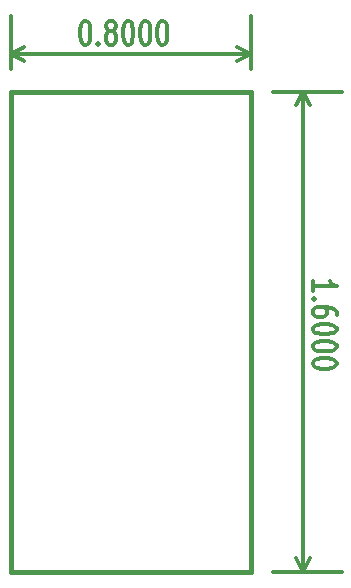
<source format=gbr>
G04 (created by PCBNEW-RS274X (2010-05-05 BZR 2356)-stable) date 12/18/10 18:55:01*
G01*
G70*
G90*
%MOIN*%
G04 Gerber Fmt 3.4, Leading zero omitted, Abs format*
%FSLAX34Y34*%
G04 APERTURE LIST*
%ADD10C,0.005000*%
%ADD11C,0.012000*%
%ADD12C,0.015000*%
G04 APERTURE END LIST*
G54D10*
G54D11*
X20065Y-16658D02*
X20065Y-16315D01*
X20065Y-16487D02*
X20865Y-16487D01*
X20751Y-16430D01*
X20675Y-16372D01*
X20637Y-16315D01*
X20141Y-16915D02*
X20103Y-16943D01*
X20065Y-16915D01*
X20103Y-16886D01*
X20141Y-16915D01*
X20065Y-16915D01*
X20865Y-17458D02*
X20865Y-17344D01*
X20827Y-17287D01*
X20789Y-17258D01*
X20675Y-17201D01*
X20522Y-17172D01*
X20218Y-17172D01*
X20141Y-17201D01*
X20103Y-17229D01*
X20065Y-17287D01*
X20065Y-17401D01*
X20103Y-17458D01*
X20141Y-17487D01*
X20218Y-17515D01*
X20408Y-17515D01*
X20484Y-17487D01*
X20522Y-17458D01*
X20560Y-17401D01*
X20560Y-17287D01*
X20522Y-17229D01*
X20484Y-17201D01*
X20408Y-17172D01*
X20865Y-17886D02*
X20865Y-17943D01*
X20827Y-18000D01*
X20789Y-18029D01*
X20713Y-18058D01*
X20560Y-18086D01*
X20370Y-18086D01*
X20218Y-18058D01*
X20141Y-18029D01*
X20103Y-18000D01*
X20065Y-17943D01*
X20065Y-17886D01*
X20103Y-17829D01*
X20141Y-17800D01*
X20218Y-17772D01*
X20370Y-17743D01*
X20560Y-17743D01*
X20713Y-17772D01*
X20789Y-17800D01*
X20827Y-17829D01*
X20865Y-17886D01*
X20865Y-18457D02*
X20865Y-18514D01*
X20827Y-18571D01*
X20789Y-18600D01*
X20713Y-18629D01*
X20560Y-18657D01*
X20370Y-18657D01*
X20218Y-18629D01*
X20141Y-18600D01*
X20103Y-18571D01*
X20065Y-18514D01*
X20065Y-18457D01*
X20103Y-18400D01*
X20141Y-18371D01*
X20218Y-18343D01*
X20370Y-18314D01*
X20560Y-18314D01*
X20713Y-18343D01*
X20789Y-18371D01*
X20827Y-18400D01*
X20865Y-18457D01*
X20865Y-19028D02*
X20865Y-19085D01*
X20827Y-19142D01*
X20789Y-19171D01*
X20713Y-19200D01*
X20560Y-19228D01*
X20370Y-19228D01*
X20218Y-19200D01*
X20141Y-19171D01*
X20103Y-19142D01*
X20065Y-19085D01*
X20065Y-19028D01*
X20103Y-18971D01*
X20141Y-18942D01*
X20218Y-18914D01*
X20370Y-18885D01*
X20560Y-18885D01*
X20713Y-18914D01*
X20789Y-18942D01*
X20827Y-18971D01*
X20865Y-19028D01*
X19749Y-10000D02*
X19749Y-26000D01*
X18750Y-10000D02*
X21029Y-10000D01*
X18750Y-26000D02*
X21029Y-26000D01*
X19749Y-26000D02*
X19519Y-25557D01*
X19749Y-26000D02*
X19979Y-25557D01*
X19749Y-10000D02*
X19519Y-10443D01*
X19749Y-10000D02*
X19979Y-10443D01*
X12458Y-07635D02*
X12515Y-07635D01*
X12572Y-07673D01*
X12601Y-07711D01*
X12630Y-07787D01*
X12658Y-07940D01*
X12658Y-08130D01*
X12630Y-08282D01*
X12601Y-08359D01*
X12572Y-08397D01*
X12515Y-08435D01*
X12458Y-08435D01*
X12401Y-08397D01*
X12372Y-08359D01*
X12344Y-08282D01*
X12315Y-08130D01*
X12315Y-07940D01*
X12344Y-07787D01*
X12372Y-07711D01*
X12401Y-07673D01*
X12458Y-07635D01*
X12915Y-08359D02*
X12943Y-08397D01*
X12915Y-08435D01*
X12886Y-08397D01*
X12915Y-08359D01*
X12915Y-08435D01*
X13287Y-07978D02*
X13229Y-07940D01*
X13201Y-07901D01*
X13172Y-07825D01*
X13172Y-07787D01*
X13201Y-07711D01*
X13229Y-07673D01*
X13287Y-07635D01*
X13401Y-07635D01*
X13458Y-07673D01*
X13487Y-07711D01*
X13515Y-07787D01*
X13515Y-07825D01*
X13487Y-07901D01*
X13458Y-07940D01*
X13401Y-07978D01*
X13287Y-07978D01*
X13229Y-08016D01*
X13201Y-08054D01*
X13172Y-08130D01*
X13172Y-08282D01*
X13201Y-08359D01*
X13229Y-08397D01*
X13287Y-08435D01*
X13401Y-08435D01*
X13458Y-08397D01*
X13487Y-08359D01*
X13515Y-08282D01*
X13515Y-08130D01*
X13487Y-08054D01*
X13458Y-08016D01*
X13401Y-07978D01*
X13886Y-07635D02*
X13943Y-07635D01*
X14000Y-07673D01*
X14029Y-07711D01*
X14058Y-07787D01*
X14086Y-07940D01*
X14086Y-08130D01*
X14058Y-08282D01*
X14029Y-08359D01*
X14000Y-08397D01*
X13943Y-08435D01*
X13886Y-08435D01*
X13829Y-08397D01*
X13800Y-08359D01*
X13772Y-08282D01*
X13743Y-08130D01*
X13743Y-07940D01*
X13772Y-07787D01*
X13800Y-07711D01*
X13829Y-07673D01*
X13886Y-07635D01*
X14457Y-07635D02*
X14514Y-07635D01*
X14571Y-07673D01*
X14600Y-07711D01*
X14629Y-07787D01*
X14657Y-07940D01*
X14657Y-08130D01*
X14629Y-08282D01*
X14600Y-08359D01*
X14571Y-08397D01*
X14514Y-08435D01*
X14457Y-08435D01*
X14400Y-08397D01*
X14371Y-08359D01*
X14343Y-08282D01*
X14314Y-08130D01*
X14314Y-07940D01*
X14343Y-07787D01*
X14371Y-07711D01*
X14400Y-07673D01*
X14457Y-07635D01*
X15028Y-07635D02*
X15085Y-07635D01*
X15142Y-07673D01*
X15171Y-07711D01*
X15200Y-07787D01*
X15228Y-07940D01*
X15228Y-08130D01*
X15200Y-08282D01*
X15171Y-08359D01*
X15142Y-08397D01*
X15085Y-08435D01*
X15028Y-08435D01*
X14971Y-08397D01*
X14942Y-08359D01*
X14914Y-08282D01*
X14885Y-08130D01*
X14885Y-07940D01*
X14914Y-07787D01*
X14942Y-07711D01*
X14971Y-07673D01*
X15028Y-07635D01*
X10000Y-08751D02*
X18000Y-08751D01*
X10000Y-09250D02*
X10000Y-07471D01*
X18000Y-09250D02*
X18000Y-07471D01*
X18000Y-08751D02*
X17557Y-08981D01*
X18000Y-08751D02*
X17557Y-08521D01*
X10000Y-08751D02*
X10443Y-08981D01*
X10000Y-08751D02*
X10443Y-08521D01*
G54D12*
X10000Y-26000D02*
X10000Y-10000D01*
X18000Y-26000D02*
X10000Y-26000D01*
X18000Y-10000D02*
X18000Y-26000D01*
X10000Y-10000D02*
X18000Y-10000D01*
M02*

</source>
